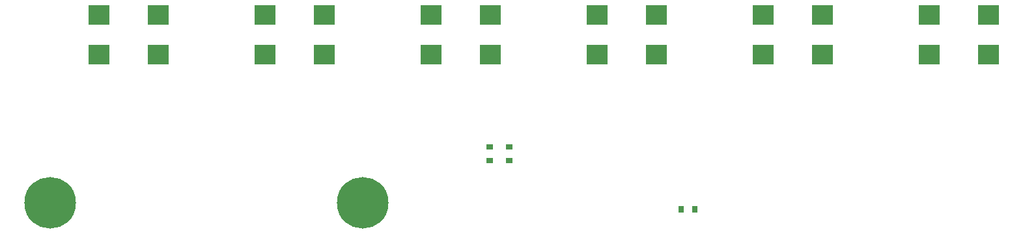
<source format=gbp>
G04 Layer_Color=128*
%FSLAX24Y24*%
%MOIN*%
G70*
G01*
G75*
%ADD31C,0.2640*%
%ADD32R,0.0354X0.0295*%
%ADD33R,0.0295X0.0354*%
%ADD34R,0.1100X0.1000*%
D31*
X15500Y2500D02*
D03*
X31500D02*
D03*
D32*
X38000Y4656D02*
D03*
Y5344D02*
D03*
X39000Y4656D02*
D03*
Y5344D02*
D03*
D33*
X47796Y2160D02*
D03*
X48484D02*
D03*
D34*
X18000Y10100D02*
D03*
Y12120D02*
D03*
X21020D02*
D03*
Y10100D02*
D03*
X26500D02*
D03*
Y12120D02*
D03*
X29520D02*
D03*
Y10100D02*
D03*
X35000D02*
D03*
Y12120D02*
D03*
X38020D02*
D03*
Y10100D02*
D03*
X43500D02*
D03*
Y12120D02*
D03*
X46520D02*
D03*
Y10100D02*
D03*
X60500D02*
D03*
Y12120D02*
D03*
X63520D02*
D03*
Y10100D02*
D03*
X52000D02*
D03*
Y12120D02*
D03*
X55020D02*
D03*
Y10100D02*
D03*
M02*

</source>
